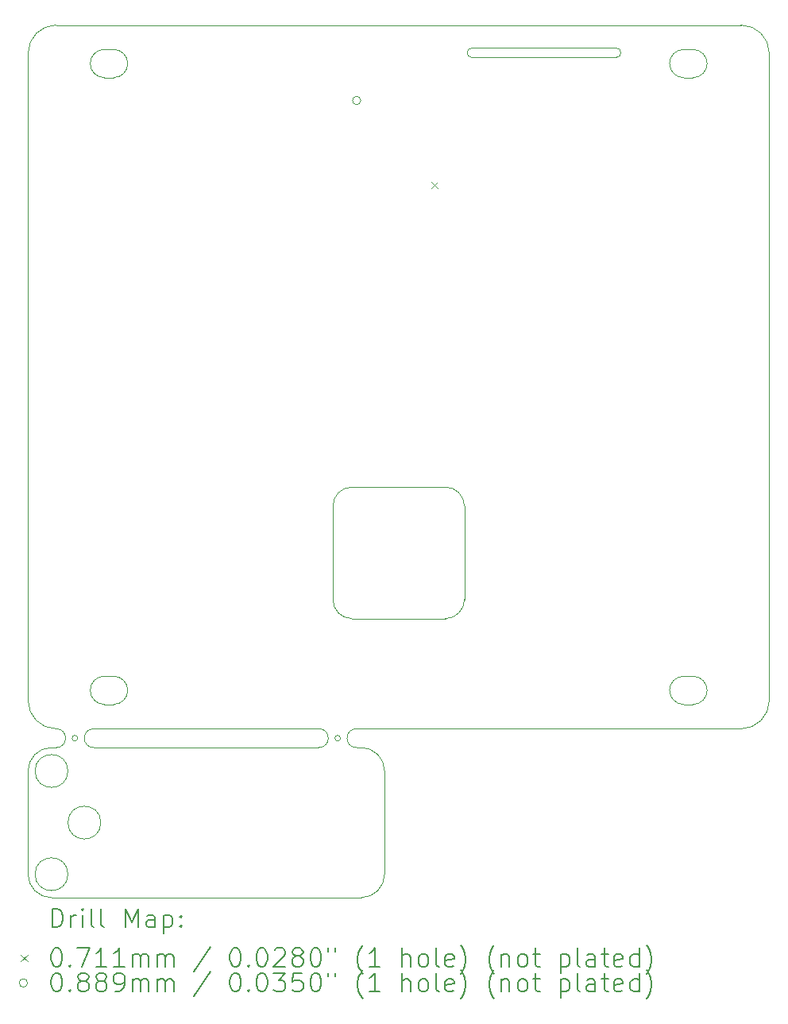
<source format=gbr>
%TF.GenerationSoftware,KiCad,Pcbnew,8.0.2*%
%TF.CreationDate,2024-05-31T14:04:40+07:00*%
%TF.ProjectId,WeatherStation,57656174-6865-4725-9374-6174696f6e2e,rev?*%
%TF.SameCoordinates,Original*%
%TF.FileFunction,Drillmap*%
%TF.FilePolarity,Positive*%
%FSLAX45Y45*%
G04 Gerber Fmt 4.5, Leading zero omitted, Abs format (unit mm)*
G04 Created by KiCad (PCBNEW 8.0.2) date 2024-05-31 14:04:40*
%MOMM*%
%LPD*%
G01*
G04 APERTURE LIST*
%ADD10C,0.100000*%
%ADD11C,0.010000*%
%ADD12C,0.200000*%
G04 APERTURE END LIST*
D10*
X19950090Y-9850000D02*
X20050000Y-9850000D01*
X19437500Y-10410000D02*
G75*
G02*
X19437500Y-10610000I0J-100000D01*
G01*
X25975000Y-3320000D02*
G75*
G02*
X26124920Y-3170000I150000J0D01*
G01*
X19387500Y-12210000D02*
X22687480Y-12210000D01*
X26225000Y-3170000D02*
G75*
G02*
X26375000Y-3319920I0J-150000D01*
G01*
X22467490Y-10510000D02*
G75*
G02*
X22407490Y-10510000I-30000J0D01*
G01*
X22407490Y-10510000D02*
G75*
G02*
X22467490Y-10510000I30000J0D01*
G01*
X20050000Y-3170000D02*
G75*
G02*
X20200000Y-3319920I0J-150000D01*
G01*
X19950000Y-3470000D02*
G75*
G02*
X19800000Y-3320080I0J150000D01*
G01*
X22237490Y-10410000D02*
G75*
G02*
X22237490Y-10610000I0J-100000D01*
G01*
X22937490Y-11960000D02*
X22937490Y-10860000D01*
X20050000Y-9850000D02*
G75*
G02*
X20200000Y-9999920I0J-150000D01*
G01*
X22937480Y-11960000D02*
G75*
G02*
X22687480Y-12210000I-250000J0D01*
G01*
X25975000Y-10000000D02*
G75*
G02*
X26124920Y-9850000I150000J0D01*
G01*
X19667500Y-10510000D02*
G75*
G02*
X19607500Y-10510000I-30000J0D01*
G01*
X19607500Y-10510000D02*
G75*
G02*
X19667500Y-10510000I30000J0D01*
G01*
X22637490Y-10410000D02*
X26737500Y-10410000D01*
X22387500Y-8035000D02*
X22387500Y-9035000D01*
X19950090Y-3170000D02*
X20050000Y-3170000D01*
X27037500Y-10109990D02*
X27037500Y-3210000D01*
X26125000Y-10150000D02*
X26225000Y-10150000D01*
X25457135Y-3205000D02*
G75*
G02*
X25407135Y-3255005I-50005J0D01*
G01*
X19837500Y-10410000D02*
X22237490Y-10410000D01*
X26375000Y-3320000D02*
G75*
G02*
X26225080Y-3470000I-150000J0D01*
G01*
X20200000Y-10000000D02*
G75*
G02*
X20050080Y-10150000I-150000J0D01*
G01*
X23587500Y-7835000D02*
G75*
G02*
X23787500Y-8035000I0J-200000D01*
G01*
X19837500Y-10610000D02*
G75*
G02*
X19837500Y-10410000I0J100000D01*
G01*
X19437500Y-10610000D02*
X19387500Y-10610000D01*
D11*
X19562500Y-11960000D02*
G75*
G02*
X19212500Y-11960000I-175000J0D01*
G01*
X19212500Y-11960000D02*
G75*
G02*
X19562500Y-11960000I175000J0D01*
G01*
D10*
X23587500Y-7835000D02*
X22587500Y-7835000D01*
X26125090Y-3170000D02*
X26225000Y-3170000D01*
X23787500Y-9035000D02*
G75*
G02*
X23587500Y-9235000I-200000J0D01*
G01*
X19950000Y-10150000D02*
X20050000Y-10150000D01*
X26125000Y-3470000D02*
G75*
G02*
X25975000Y-3320080I0J150000D01*
G01*
X27037500Y-10110000D02*
G75*
G02*
X26737500Y-10410000I-300000J0D01*
G01*
X19137500Y-10860000D02*
G75*
G02*
X19387500Y-10610000I250000J0D01*
G01*
X25407135Y-3255000D02*
X23867490Y-3255000D01*
X22687490Y-10610000D02*
G75*
G02*
X22937490Y-10860000I0J-250000D01*
G01*
X19950000Y-3470000D02*
X20050000Y-3470000D01*
X23817490Y-3205000D02*
G75*
G02*
X23867490Y-3155000I50000J0D01*
G01*
X19137500Y-3210000D02*
G75*
G02*
X19437500Y-2910000I300000J0D01*
G01*
D11*
X19912500Y-11410000D02*
G75*
G02*
X19562500Y-11410000I-175000J0D01*
G01*
X19562500Y-11410000D02*
G75*
G02*
X19912500Y-11410000I175000J0D01*
G01*
D10*
X19800000Y-3320000D02*
G75*
G02*
X19949920Y-3170000I150000J0D01*
G01*
X26225000Y-9850000D02*
G75*
G02*
X26375000Y-9999920I0J-150000D01*
G01*
X22637490Y-10610000D02*
G75*
G02*
X22637490Y-10410000I0J100000D01*
G01*
X19950000Y-10150000D02*
G75*
G02*
X19800000Y-10000080I0J150000D01*
G01*
X22587500Y-9235000D02*
G75*
G02*
X22387500Y-9035000I0J200000D01*
G01*
X19800000Y-10000000D02*
G75*
G02*
X19949920Y-9850000I150000J0D01*
G01*
X19387500Y-12210080D02*
G75*
G02*
X19137500Y-11960080I0J250000D01*
G01*
X23867490Y-3155000D02*
X25407135Y-3155000D01*
X22387500Y-8035000D02*
G75*
G02*
X22587500Y-7835000I200000J0D01*
G01*
X26125000Y-3470000D02*
X26225000Y-3470000D01*
D11*
X19562500Y-10860000D02*
G75*
G02*
X19212500Y-10860000I-175000J0D01*
G01*
X19212500Y-10860000D02*
G75*
G02*
X19562500Y-10860000I175000J0D01*
G01*
D10*
X19137500Y-11960000D02*
X19137500Y-10860000D01*
X22587500Y-9235000D02*
X23587500Y-9235000D01*
X19137500Y-10109990D02*
X19137500Y-3210000D01*
X20200000Y-3320000D02*
G75*
G02*
X20050080Y-3470000I-150000J0D01*
G01*
X19437500Y-10410000D02*
G75*
G02*
X19137500Y-10110000I0J300000D01*
G01*
X19437500Y-2910000D02*
X26737500Y-2910000D01*
X26125090Y-9850000D02*
X26225000Y-9850000D01*
X23787500Y-9035000D02*
X23787500Y-8035000D01*
X19837500Y-10610000D02*
X22237490Y-10610000D01*
X26375000Y-10000000D02*
G75*
G02*
X26225080Y-10150000I-150000J0D01*
G01*
X23867490Y-3255000D02*
G75*
G02*
X23817490Y-3205000I0J50000D01*
G01*
X26125000Y-10150000D02*
G75*
G02*
X25975000Y-10000080I0J150000D01*
G01*
X25407135Y-3155000D02*
G75*
G02*
X25457130Y-3205000I-5J-50000D01*
G01*
X22687490Y-10610000D02*
X22637490Y-10610000D01*
X26737500Y-2910000D02*
G75*
G02*
X27037500Y-3210000I0J-300000D01*
G01*
D12*
D10*
X23433940Y-4579440D02*
X23505060Y-4650560D01*
X23505060Y-4579440D02*
X23433940Y-4650560D01*
X22683950Y-3715000D02*
G75*
G02*
X22595050Y-3715000I-44450J0D01*
G01*
X22595050Y-3715000D02*
G75*
G02*
X22683950Y-3715000I44450J0D01*
G01*
D12*
X19393277Y-12526564D02*
X19393277Y-12326564D01*
X19393277Y-12326564D02*
X19440896Y-12326564D01*
X19440896Y-12326564D02*
X19469467Y-12336088D01*
X19469467Y-12336088D02*
X19488515Y-12355135D01*
X19488515Y-12355135D02*
X19498039Y-12374183D01*
X19498039Y-12374183D02*
X19507563Y-12412278D01*
X19507563Y-12412278D02*
X19507563Y-12440849D01*
X19507563Y-12440849D02*
X19498039Y-12478945D01*
X19498039Y-12478945D02*
X19488515Y-12497992D01*
X19488515Y-12497992D02*
X19469467Y-12517040D01*
X19469467Y-12517040D02*
X19440896Y-12526564D01*
X19440896Y-12526564D02*
X19393277Y-12526564D01*
X19593277Y-12526564D02*
X19593277Y-12393230D01*
X19593277Y-12431326D02*
X19602801Y-12412278D01*
X19602801Y-12412278D02*
X19612324Y-12402754D01*
X19612324Y-12402754D02*
X19631372Y-12393230D01*
X19631372Y-12393230D02*
X19650420Y-12393230D01*
X19717086Y-12526564D02*
X19717086Y-12393230D01*
X19717086Y-12326564D02*
X19707563Y-12336088D01*
X19707563Y-12336088D02*
X19717086Y-12345611D01*
X19717086Y-12345611D02*
X19726610Y-12336088D01*
X19726610Y-12336088D02*
X19717086Y-12326564D01*
X19717086Y-12326564D02*
X19717086Y-12345611D01*
X19840896Y-12526564D02*
X19821848Y-12517040D01*
X19821848Y-12517040D02*
X19812324Y-12497992D01*
X19812324Y-12497992D02*
X19812324Y-12326564D01*
X19945658Y-12526564D02*
X19926610Y-12517040D01*
X19926610Y-12517040D02*
X19917086Y-12497992D01*
X19917086Y-12497992D02*
X19917086Y-12326564D01*
X20174229Y-12526564D02*
X20174229Y-12326564D01*
X20174229Y-12326564D02*
X20240896Y-12469421D01*
X20240896Y-12469421D02*
X20307563Y-12326564D01*
X20307563Y-12326564D02*
X20307563Y-12526564D01*
X20488515Y-12526564D02*
X20488515Y-12421802D01*
X20488515Y-12421802D02*
X20478991Y-12402754D01*
X20478991Y-12402754D02*
X20459944Y-12393230D01*
X20459944Y-12393230D02*
X20421848Y-12393230D01*
X20421848Y-12393230D02*
X20402801Y-12402754D01*
X20488515Y-12517040D02*
X20469467Y-12526564D01*
X20469467Y-12526564D02*
X20421848Y-12526564D01*
X20421848Y-12526564D02*
X20402801Y-12517040D01*
X20402801Y-12517040D02*
X20393277Y-12497992D01*
X20393277Y-12497992D02*
X20393277Y-12478945D01*
X20393277Y-12478945D02*
X20402801Y-12459897D01*
X20402801Y-12459897D02*
X20421848Y-12450373D01*
X20421848Y-12450373D02*
X20469467Y-12450373D01*
X20469467Y-12450373D02*
X20488515Y-12440849D01*
X20583753Y-12393230D02*
X20583753Y-12593230D01*
X20583753Y-12402754D02*
X20602801Y-12393230D01*
X20602801Y-12393230D02*
X20640896Y-12393230D01*
X20640896Y-12393230D02*
X20659944Y-12402754D01*
X20659944Y-12402754D02*
X20669467Y-12412278D01*
X20669467Y-12412278D02*
X20678991Y-12431326D01*
X20678991Y-12431326D02*
X20678991Y-12488468D01*
X20678991Y-12488468D02*
X20669467Y-12507516D01*
X20669467Y-12507516D02*
X20659944Y-12517040D01*
X20659944Y-12517040D02*
X20640896Y-12526564D01*
X20640896Y-12526564D02*
X20602801Y-12526564D01*
X20602801Y-12526564D02*
X20583753Y-12517040D01*
X20764705Y-12507516D02*
X20774229Y-12517040D01*
X20774229Y-12517040D02*
X20764705Y-12526564D01*
X20764705Y-12526564D02*
X20755182Y-12517040D01*
X20755182Y-12517040D02*
X20764705Y-12507516D01*
X20764705Y-12507516D02*
X20764705Y-12526564D01*
X20764705Y-12402754D02*
X20774229Y-12412278D01*
X20774229Y-12412278D02*
X20764705Y-12421802D01*
X20764705Y-12421802D02*
X20755182Y-12412278D01*
X20755182Y-12412278D02*
X20764705Y-12402754D01*
X20764705Y-12402754D02*
X20764705Y-12421802D01*
D10*
X19061380Y-12819520D02*
X19132500Y-12890640D01*
X19132500Y-12819520D02*
X19061380Y-12890640D01*
D12*
X19431372Y-12746564D02*
X19450420Y-12746564D01*
X19450420Y-12746564D02*
X19469467Y-12756088D01*
X19469467Y-12756088D02*
X19478991Y-12765611D01*
X19478991Y-12765611D02*
X19488515Y-12784659D01*
X19488515Y-12784659D02*
X19498039Y-12822754D01*
X19498039Y-12822754D02*
X19498039Y-12870373D01*
X19498039Y-12870373D02*
X19488515Y-12908468D01*
X19488515Y-12908468D02*
X19478991Y-12927516D01*
X19478991Y-12927516D02*
X19469467Y-12937040D01*
X19469467Y-12937040D02*
X19450420Y-12946564D01*
X19450420Y-12946564D02*
X19431372Y-12946564D01*
X19431372Y-12946564D02*
X19412324Y-12937040D01*
X19412324Y-12937040D02*
X19402801Y-12927516D01*
X19402801Y-12927516D02*
X19393277Y-12908468D01*
X19393277Y-12908468D02*
X19383753Y-12870373D01*
X19383753Y-12870373D02*
X19383753Y-12822754D01*
X19383753Y-12822754D02*
X19393277Y-12784659D01*
X19393277Y-12784659D02*
X19402801Y-12765611D01*
X19402801Y-12765611D02*
X19412324Y-12756088D01*
X19412324Y-12756088D02*
X19431372Y-12746564D01*
X19583753Y-12927516D02*
X19593277Y-12937040D01*
X19593277Y-12937040D02*
X19583753Y-12946564D01*
X19583753Y-12946564D02*
X19574229Y-12937040D01*
X19574229Y-12937040D02*
X19583753Y-12927516D01*
X19583753Y-12927516D02*
X19583753Y-12946564D01*
X19659944Y-12746564D02*
X19793277Y-12746564D01*
X19793277Y-12746564D02*
X19707563Y-12946564D01*
X19974229Y-12946564D02*
X19859944Y-12946564D01*
X19917086Y-12946564D02*
X19917086Y-12746564D01*
X19917086Y-12746564D02*
X19898039Y-12775135D01*
X19898039Y-12775135D02*
X19878991Y-12794183D01*
X19878991Y-12794183D02*
X19859944Y-12803707D01*
X20164705Y-12946564D02*
X20050420Y-12946564D01*
X20107563Y-12946564D02*
X20107563Y-12746564D01*
X20107563Y-12746564D02*
X20088515Y-12775135D01*
X20088515Y-12775135D02*
X20069467Y-12794183D01*
X20069467Y-12794183D02*
X20050420Y-12803707D01*
X20250420Y-12946564D02*
X20250420Y-12813230D01*
X20250420Y-12832278D02*
X20259944Y-12822754D01*
X20259944Y-12822754D02*
X20278991Y-12813230D01*
X20278991Y-12813230D02*
X20307563Y-12813230D01*
X20307563Y-12813230D02*
X20326610Y-12822754D01*
X20326610Y-12822754D02*
X20336134Y-12841802D01*
X20336134Y-12841802D02*
X20336134Y-12946564D01*
X20336134Y-12841802D02*
X20345658Y-12822754D01*
X20345658Y-12822754D02*
X20364705Y-12813230D01*
X20364705Y-12813230D02*
X20393277Y-12813230D01*
X20393277Y-12813230D02*
X20412325Y-12822754D01*
X20412325Y-12822754D02*
X20421848Y-12841802D01*
X20421848Y-12841802D02*
X20421848Y-12946564D01*
X20517086Y-12946564D02*
X20517086Y-12813230D01*
X20517086Y-12832278D02*
X20526610Y-12822754D01*
X20526610Y-12822754D02*
X20545658Y-12813230D01*
X20545658Y-12813230D02*
X20574229Y-12813230D01*
X20574229Y-12813230D02*
X20593277Y-12822754D01*
X20593277Y-12822754D02*
X20602801Y-12841802D01*
X20602801Y-12841802D02*
X20602801Y-12946564D01*
X20602801Y-12841802D02*
X20612325Y-12822754D01*
X20612325Y-12822754D02*
X20631372Y-12813230D01*
X20631372Y-12813230D02*
X20659944Y-12813230D01*
X20659944Y-12813230D02*
X20678991Y-12822754D01*
X20678991Y-12822754D02*
X20688515Y-12841802D01*
X20688515Y-12841802D02*
X20688515Y-12946564D01*
X21078991Y-12737040D02*
X20907563Y-12994183D01*
X21336134Y-12746564D02*
X21355182Y-12746564D01*
X21355182Y-12746564D02*
X21374229Y-12756088D01*
X21374229Y-12756088D02*
X21383753Y-12765611D01*
X21383753Y-12765611D02*
X21393277Y-12784659D01*
X21393277Y-12784659D02*
X21402801Y-12822754D01*
X21402801Y-12822754D02*
X21402801Y-12870373D01*
X21402801Y-12870373D02*
X21393277Y-12908468D01*
X21393277Y-12908468D02*
X21383753Y-12927516D01*
X21383753Y-12927516D02*
X21374229Y-12937040D01*
X21374229Y-12937040D02*
X21355182Y-12946564D01*
X21355182Y-12946564D02*
X21336134Y-12946564D01*
X21336134Y-12946564D02*
X21317087Y-12937040D01*
X21317087Y-12937040D02*
X21307563Y-12927516D01*
X21307563Y-12927516D02*
X21298039Y-12908468D01*
X21298039Y-12908468D02*
X21288515Y-12870373D01*
X21288515Y-12870373D02*
X21288515Y-12822754D01*
X21288515Y-12822754D02*
X21298039Y-12784659D01*
X21298039Y-12784659D02*
X21307563Y-12765611D01*
X21307563Y-12765611D02*
X21317087Y-12756088D01*
X21317087Y-12756088D02*
X21336134Y-12746564D01*
X21488515Y-12927516D02*
X21498039Y-12937040D01*
X21498039Y-12937040D02*
X21488515Y-12946564D01*
X21488515Y-12946564D02*
X21478991Y-12937040D01*
X21478991Y-12937040D02*
X21488515Y-12927516D01*
X21488515Y-12927516D02*
X21488515Y-12946564D01*
X21621848Y-12746564D02*
X21640896Y-12746564D01*
X21640896Y-12746564D02*
X21659944Y-12756088D01*
X21659944Y-12756088D02*
X21669468Y-12765611D01*
X21669468Y-12765611D02*
X21678991Y-12784659D01*
X21678991Y-12784659D02*
X21688515Y-12822754D01*
X21688515Y-12822754D02*
X21688515Y-12870373D01*
X21688515Y-12870373D02*
X21678991Y-12908468D01*
X21678991Y-12908468D02*
X21669468Y-12927516D01*
X21669468Y-12927516D02*
X21659944Y-12937040D01*
X21659944Y-12937040D02*
X21640896Y-12946564D01*
X21640896Y-12946564D02*
X21621848Y-12946564D01*
X21621848Y-12946564D02*
X21602801Y-12937040D01*
X21602801Y-12937040D02*
X21593277Y-12927516D01*
X21593277Y-12927516D02*
X21583753Y-12908468D01*
X21583753Y-12908468D02*
X21574229Y-12870373D01*
X21574229Y-12870373D02*
X21574229Y-12822754D01*
X21574229Y-12822754D02*
X21583753Y-12784659D01*
X21583753Y-12784659D02*
X21593277Y-12765611D01*
X21593277Y-12765611D02*
X21602801Y-12756088D01*
X21602801Y-12756088D02*
X21621848Y-12746564D01*
X21764706Y-12765611D02*
X21774229Y-12756088D01*
X21774229Y-12756088D02*
X21793277Y-12746564D01*
X21793277Y-12746564D02*
X21840896Y-12746564D01*
X21840896Y-12746564D02*
X21859944Y-12756088D01*
X21859944Y-12756088D02*
X21869468Y-12765611D01*
X21869468Y-12765611D02*
X21878991Y-12784659D01*
X21878991Y-12784659D02*
X21878991Y-12803707D01*
X21878991Y-12803707D02*
X21869468Y-12832278D01*
X21869468Y-12832278D02*
X21755182Y-12946564D01*
X21755182Y-12946564D02*
X21878991Y-12946564D01*
X21993277Y-12832278D02*
X21974229Y-12822754D01*
X21974229Y-12822754D02*
X21964706Y-12813230D01*
X21964706Y-12813230D02*
X21955182Y-12794183D01*
X21955182Y-12794183D02*
X21955182Y-12784659D01*
X21955182Y-12784659D02*
X21964706Y-12765611D01*
X21964706Y-12765611D02*
X21974229Y-12756088D01*
X21974229Y-12756088D02*
X21993277Y-12746564D01*
X21993277Y-12746564D02*
X22031372Y-12746564D01*
X22031372Y-12746564D02*
X22050420Y-12756088D01*
X22050420Y-12756088D02*
X22059944Y-12765611D01*
X22059944Y-12765611D02*
X22069468Y-12784659D01*
X22069468Y-12784659D02*
X22069468Y-12794183D01*
X22069468Y-12794183D02*
X22059944Y-12813230D01*
X22059944Y-12813230D02*
X22050420Y-12822754D01*
X22050420Y-12822754D02*
X22031372Y-12832278D01*
X22031372Y-12832278D02*
X21993277Y-12832278D01*
X21993277Y-12832278D02*
X21974229Y-12841802D01*
X21974229Y-12841802D02*
X21964706Y-12851326D01*
X21964706Y-12851326D02*
X21955182Y-12870373D01*
X21955182Y-12870373D02*
X21955182Y-12908468D01*
X21955182Y-12908468D02*
X21964706Y-12927516D01*
X21964706Y-12927516D02*
X21974229Y-12937040D01*
X21974229Y-12937040D02*
X21993277Y-12946564D01*
X21993277Y-12946564D02*
X22031372Y-12946564D01*
X22031372Y-12946564D02*
X22050420Y-12937040D01*
X22050420Y-12937040D02*
X22059944Y-12927516D01*
X22059944Y-12927516D02*
X22069468Y-12908468D01*
X22069468Y-12908468D02*
X22069468Y-12870373D01*
X22069468Y-12870373D02*
X22059944Y-12851326D01*
X22059944Y-12851326D02*
X22050420Y-12841802D01*
X22050420Y-12841802D02*
X22031372Y-12832278D01*
X22193277Y-12746564D02*
X22212325Y-12746564D01*
X22212325Y-12746564D02*
X22231372Y-12756088D01*
X22231372Y-12756088D02*
X22240896Y-12765611D01*
X22240896Y-12765611D02*
X22250420Y-12784659D01*
X22250420Y-12784659D02*
X22259944Y-12822754D01*
X22259944Y-12822754D02*
X22259944Y-12870373D01*
X22259944Y-12870373D02*
X22250420Y-12908468D01*
X22250420Y-12908468D02*
X22240896Y-12927516D01*
X22240896Y-12927516D02*
X22231372Y-12937040D01*
X22231372Y-12937040D02*
X22212325Y-12946564D01*
X22212325Y-12946564D02*
X22193277Y-12946564D01*
X22193277Y-12946564D02*
X22174229Y-12937040D01*
X22174229Y-12937040D02*
X22164706Y-12927516D01*
X22164706Y-12927516D02*
X22155182Y-12908468D01*
X22155182Y-12908468D02*
X22145658Y-12870373D01*
X22145658Y-12870373D02*
X22145658Y-12822754D01*
X22145658Y-12822754D02*
X22155182Y-12784659D01*
X22155182Y-12784659D02*
X22164706Y-12765611D01*
X22164706Y-12765611D02*
X22174229Y-12756088D01*
X22174229Y-12756088D02*
X22193277Y-12746564D01*
X22336134Y-12746564D02*
X22336134Y-12784659D01*
X22412325Y-12746564D02*
X22412325Y-12784659D01*
X22707563Y-13022754D02*
X22698039Y-13013230D01*
X22698039Y-13013230D02*
X22678991Y-12984659D01*
X22678991Y-12984659D02*
X22669468Y-12965611D01*
X22669468Y-12965611D02*
X22659944Y-12937040D01*
X22659944Y-12937040D02*
X22650420Y-12889421D01*
X22650420Y-12889421D02*
X22650420Y-12851326D01*
X22650420Y-12851326D02*
X22659944Y-12803707D01*
X22659944Y-12803707D02*
X22669468Y-12775135D01*
X22669468Y-12775135D02*
X22678991Y-12756088D01*
X22678991Y-12756088D02*
X22698039Y-12727516D01*
X22698039Y-12727516D02*
X22707563Y-12717992D01*
X22888515Y-12946564D02*
X22774229Y-12946564D01*
X22831372Y-12946564D02*
X22831372Y-12746564D01*
X22831372Y-12746564D02*
X22812325Y-12775135D01*
X22812325Y-12775135D02*
X22793277Y-12794183D01*
X22793277Y-12794183D02*
X22774229Y-12803707D01*
X23126610Y-12946564D02*
X23126610Y-12746564D01*
X23212325Y-12946564D02*
X23212325Y-12841802D01*
X23212325Y-12841802D02*
X23202801Y-12822754D01*
X23202801Y-12822754D02*
X23183753Y-12813230D01*
X23183753Y-12813230D02*
X23155182Y-12813230D01*
X23155182Y-12813230D02*
X23136134Y-12822754D01*
X23136134Y-12822754D02*
X23126610Y-12832278D01*
X23336134Y-12946564D02*
X23317087Y-12937040D01*
X23317087Y-12937040D02*
X23307563Y-12927516D01*
X23307563Y-12927516D02*
X23298039Y-12908468D01*
X23298039Y-12908468D02*
X23298039Y-12851326D01*
X23298039Y-12851326D02*
X23307563Y-12832278D01*
X23307563Y-12832278D02*
X23317087Y-12822754D01*
X23317087Y-12822754D02*
X23336134Y-12813230D01*
X23336134Y-12813230D02*
X23364706Y-12813230D01*
X23364706Y-12813230D02*
X23383753Y-12822754D01*
X23383753Y-12822754D02*
X23393277Y-12832278D01*
X23393277Y-12832278D02*
X23402801Y-12851326D01*
X23402801Y-12851326D02*
X23402801Y-12908468D01*
X23402801Y-12908468D02*
X23393277Y-12927516D01*
X23393277Y-12927516D02*
X23383753Y-12937040D01*
X23383753Y-12937040D02*
X23364706Y-12946564D01*
X23364706Y-12946564D02*
X23336134Y-12946564D01*
X23517087Y-12946564D02*
X23498039Y-12937040D01*
X23498039Y-12937040D02*
X23488515Y-12917992D01*
X23488515Y-12917992D02*
X23488515Y-12746564D01*
X23669468Y-12937040D02*
X23650420Y-12946564D01*
X23650420Y-12946564D02*
X23612325Y-12946564D01*
X23612325Y-12946564D02*
X23593277Y-12937040D01*
X23593277Y-12937040D02*
X23583753Y-12917992D01*
X23583753Y-12917992D02*
X23583753Y-12841802D01*
X23583753Y-12841802D02*
X23593277Y-12822754D01*
X23593277Y-12822754D02*
X23612325Y-12813230D01*
X23612325Y-12813230D02*
X23650420Y-12813230D01*
X23650420Y-12813230D02*
X23669468Y-12822754D01*
X23669468Y-12822754D02*
X23678991Y-12841802D01*
X23678991Y-12841802D02*
X23678991Y-12860849D01*
X23678991Y-12860849D02*
X23583753Y-12879897D01*
X23745658Y-13022754D02*
X23755182Y-13013230D01*
X23755182Y-13013230D02*
X23774230Y-12984659D01*
X23774230Y-12984659D02*
X23783753Y-12965611D01*
X23783753Y-12965611D02*
X23793277Y-12937040D01*
X23793277Y-12937040D02*
X23802801Y-12889421D01*
X23802801Y-12889421D02*
X23802801Y-12851326D01*
X23802801Y-12851326D02*
X23793277Y-12803707D01*
X23793277Y-12803707D02*
X23783753Y-12775135D01*
X23783753Y-12775135D02*
X23774230Y-12756088D01*
X23774230Y-12756088D02*
X23755182Y-12727516D01*
X23755182Y-12727516D02*
X23745658Y-12717992D01*
X24107563Y-13022754D02*
X24098039Y-13013230D01*
X24098039Y-13013230D02*
X24078991Y-12984659D01*
X24078991Y-12984659D02*
X24069468Y-12965611D01*
X24069468Y-12965611D02*
X24059944Y-12937040D01*
X24059944Y-12937040D02*
X24050420Y-12889421D01*
X24050420Y-12889421D02*
X24050420Y-12851326D01*
X24050420Y-12851326D02*
X24059944Y-12803707D01*
X24059944Y-12803707D02*
X24069468Y-12775135D01*
X24069468Y-12775135D02*
X24078991Y-12756088D01*
X24078991Y-12756088D02*
X24098039Y-12727516D01*
X24098039Y-12727516D02*
X24107563Y-12717992D01*
X24183753Y-12813230D02*
X24183753Y-12946564D01*
X24183753Y-12832278D02*
X24193277Y-12822754D01*
X24193277Y-12822754D02*
X24212325Y-12813230D01*
X24212325Y-12813230D02*
X24240896Y-12813230D01*
X24240896Y-12813230D02*
X24259944Y-12822754D01*
X24259944Y-12822754D02*
X24269468Y-12841802D01*
X24269468Y-12841802D02*
X24269468Y-12946564D01*
X24393277Y-12946564D02*
X24374230Y-12937040D01*
X24374230Y-12937040D02*
X24364706Y-12927516D01*
X24364706Y-12927516D02*
X24355182Y-12908468D01*
X24355182Y-12908468D02*
X24355182Y-12851326D01*
X24355182Y-12851326D02*
X24364706Y-12832278D01*
X24364706Y-12832278D02*
X24374230Y-12822754D01*
X24374230Y-12822754D02*
X24393277Y-12813230D01*
X24393277Y-12813230D02*
X24421849Y-12813230D01*
X24421849Y-12813230D02*
X24440896Y-12822754D01*
X24440896Y-12822754D02*
X24450420Y-12832278D01*
X24450420Y-12832278D02*
X24459944Y-12851326D01*
X24459944Y-12851326D02*
X24459944Y-12908468D01*
X24459944Y-12908468D02*
X24450420Y-12927516D01*
X24450420Y-12927516D02*
X24440896Y-12937040D01*
X24440896Y-12937040D02*
X24421849Y-12946564D01*
X24421849Y-12946564D02*
X24393277Y-12946564D01*
X24517087Y-12813230D02*
X24593277Y-12813230D01*
X24545658Y-12746564D02*
X24545658Y-12917992D01*
X24545658Y-12917992D02*
X24555182Y-12937040D01*
X24555182Y-12937040D02*
X24574230Y-12946564D01*
X24574230Y-12946564D02*
X24593277Y-12946564D01*
X24812325Y-12813230D02*
X24812325Y-13013230D01*
X24812325Y-12822754D02*
X24831372Y-12813230D01*
X24831372Y-12813230D02*
X24869468Y-12813230D01*
X24869468Y-12813230D02*
X24888515Y-12822754D01*
X24888515Y-12822754D02*
X24898039Y-12832278D01*
X24898039Y-12832278D02*
X24907563Y-12851326D01*
X24907563Y-12851326D02*
X24907563Y-12908468D01*
X24907563Y-12908468D02*
X24898039Y-12927516D01*
X24898039Y-12927516D02*
X24888515Y-12937040D01*
X24888515Y-12937040D02*
X24869468Y-12946564D01*
X24869468Y-12946564D02*
X24831372Y-12946564D01*
X24831372Y-12946564D02*
X24812325Y-12937040D01*
X25021849Y-12946564D02*
X25002801Y-12937040D01*
X25002801Y-12937040D02*
X24993277Y-12917992D01*
X24993277Y-12917992D02*
X24993277Y-12746564D01*
X25183753Y-12946564D02*
X25183753Y-12841802D01*
X25183753Y-12841802D02*
X25174230Y-12822754D01*
X25174230Y-12822754D02*
X25155182Y-12813230D01*
X25155182Y-12813230D02*
X25117087Y-12813230D01*
X25117087Y-12813230D02*
X25098039Y-12822754D01*
X25183753Y-12937040D02*
X25164706Y-12946564D01*
X25164706Y-12946564D02*
X25117087Y-12946564D01*
X25117087Y-12946564D02*
X25098039Y-12937040D01*
X25098039Y-12937040D02*
X25088515Y-12917992D01*
X25088515Y-12917992D02*
X25088515Y-12898945D01*
X25088515Y-12898945D02*
X25098039Y-12879897D01*
X25098039Y-12879897D02*
X25117087Y-12870373D01*
X25117087Y-12870373D02*
X25164706Y-12870373D01*
X25164706Y-12870373D02*
X25183753Y-12860849D01*
X25250420Y-12813230D02*
X25326611Y-12813230D01*
X25278992Y-12746564D02*
X25278992Y-12917992D01*
X25278992Y-12917992D02*
X25288515Y-12937040D01*
X25288515Y-12937040D02*
X25307563Y-12946564D01*
X25307563Y-12946564D02*
X25326611Y-12946564D01*
X25469468Y-12937040D02*
X25450420Y-12946564D01*
X25450420Y-12946564D02*
X25412325Y-12946564D01*
X25412325Y-12946564D02*
X25393277Y-12937040D01*
X25393277Y-12937040D02*
X25383753Y-12917992D01*
X25383753Y-12917992D02*
X25383753Y-12841802D01*
X25383753Y-12841802D02*
X25393277Y-12822754D01*
X25393277Y-12822754D02*
X25412325Y-12813230D01*
X25412325Y-12813230D02*
X25450420Y-12813230D01*
X25450420Y-12813230D02*
X25469468Y-12822754D01*
X25469468Y-12822754D02*
X25478992Y-12841802D01*
X25478992Y-12841802D02*
X25478992Y-12860849D01*
X25478992Y-12860849D02*
X25383753Y-12879897D01*
X25650420Y-12946564D02*
X25650420Y-12746564D01*
X25650420Y-12937040D02*
X25631373Y-12946564D01*
X25631373Y-12946564D02*
X25593277Y-12946564D01*
X25593277Y-12946564D02*
X25574230Y-12937040D01*
X25574230Y-12937040D02*
X25564706Y-12927516D01*
X25564706Y-12927516D02*
X25555182Y-12908468D01*
X25555182Y-12908468D02*
X25555182Y-12851326D01*
X25555182Y-12851326D02*
X25564706Y-12832278D01*
X25564706Y-12832278D02*
X25574230Y-12822754D01*
X25574230Y-12822754D02*
X25593277Y-12813230D01*
X25593277Y-12813230D02*
X25631373Y-12813230D01*
X25631373Y-12813230D02*
X25650420Y-12822754D01*
X25726611Y-13022754D02*
X25736134Y-13013230D01*
X25736134Y-13013230D02*
X25755182Y-12984659D01*
X25755182Y-12984659D02*
X25764706Y-12965611D01*
X25764706Y-12965611D02*
X25774230Y-12937040D01*
X25774230Y-12937040D02*
X25783753Y-12889421D01*
X25783753Y-12889421D02*
X25783753Y-12851326D01*
X25783753Y-12851326D02*
X25774230Y-12803707D01*
X25774230Y-12803707D02*
X25764706Y-12775135D01*
X25764706Y-12775135D02*
X25755182Y-12756088D01*
X25755182Y-12756088D02*
X25736134Y-12727516D01*
X25736134Y-12727516D02*
X25726611Y-12717992D01*
D10*
X19132500Y-13119080D02*
G75*
G02*
X19043600Y-13119080I-44450J0D01*
G01*
X19043600Y-13119080D02*
G75*
G02*
X19132500Y-13119080I44450J0D01*
G01*
D12*
X19431372Y-13010564D02*
X19450420Y-13010564D01*
X19450420Y-13010564D02*
X19469467Y-13020088D01*
X19469467Y-13020088D02*
X19478991Y-13029611D01*
X19478991Y-13029611D02*
X19488515Y-13048659D01*
X19488515Y-13048659D02*
X19498039Y-13086754D01*
X19498039Y-13086754D02*
X19498039Y-13134373D01*
X19498039Y-13134373D02*
X19488515Y-13172468D01*
X19488515Y-13172468D02*
X19478991Y-13191516D01*
X19478991Y-13191516D02*
X19469467Y-13201040D01*
X19469467Y-13201040D02*
X19450420Y-13210564D01*
X19450420Y-13210564D02*
X19431372Y-13210564D01*
X19431372Y-13210564D02*
X19412324Y-13201040D01*
X19412324Y-13201040D02*
X19402801Y-13191516D01*
X19402801Y-13191516D02*
X19393277Y-13172468D01*
X19393277Y-13172468D02*
X19383753Y-13134373D01*
X19383753Y-13134373D02*
X19383753Y-13086754D01*
X19383753Y-13086754D02*
X19393277Y-13048659D01*
X19393277Y-13048659D02*
X19402801Y-13029611D01*
X19402801Y-13029611D02*
X19412324Y-13020088D01*
X19412324Y-13020088D02*
X19431372Y-13010564D01*
X19583753Y-13191516D02*
X19593277Y-13201040D01*
X19593277Y-13201040D02*
X19583753Y-13210564D01*
X19583753Y-13210564D02*
X19574229Y-13201040D01*
X19574229Y-13201040D02*
X19583753Y-13191516D01*
X19583753Y-13191516D02*
X19583753Y-13210564D01*
X19707563Y-13096278D02*
X19688515Y-13086754D01*
X19688515Y-13086754D02*
X19678991Y-13077230D01*
X19678991Y-13077230D02*
X19669467Y-13058183D01*
X19669467Y-13058183D02*
X19669467Y-13048659D01*
X19669467Y-13048659D02*
X19678991Y-13029611D01*
X19678991Y-13029611D02*
X19688515Y-13020088D01*
X19688515Y-13020088D02*
X19707563Y-13010564D01*
X19707563Y-13010564D02*
X19745658Y-13010564D01*
X19745658Y-13010564D02*
X19764705Y-13020088D01*
X19764705Y-13020088D02*
X19774229Y-13029611D01*
X19774229Y-13029611D02*
X19783753Y-13048659D01*
X19783753Y-13048659D02*
X19783753Y-13058183D01*
X19783753Y-13058183D02*
X19774229Y-13077230D01*
X19774229Y-13077230D02*
X19764705Y-13086754D01*
X19764705Y-13086754D02*
X19745658Y-13096278D01*
X19745658Y-13096278D02*
X19707563Y-13096278D01*
X19707563Y-13096278D02*
X19688515Y-13105802D01*
X19688515Y-13105802D02*
X19678991Y-13115326D01*
X19678991Y-13115326D02*
X19669467Y-13134373D01*
X19669467Y-13134373D02*
X19669467Y-13172468D01*
X19669467Y-13172468D02*
X19678991Y-13191516D01*
X19678991Y-13191516D02*
X19688515Y-13201040D01*
X19688515Y-13201040D02*
X19707563Y-13210564D01*
X19707563Y-13210564D02*
X19745658Y-13210564D01*
X19745658Y-13210564D02*
X19764705Y-13201040D01*
X19764705Y-13201040D02*
X19774229Y-13191516D01*
X19774229Y-13191516D02*
X19783753Y-13172468D01*
X19783753Y-13172468D02*
X19783753Y-13134373D01*
X19783753Y-13134373D02*
X19774229Y-13115326D01*
X19774229Y-13115326D02*
X19764705Y-13105802D01*
X19764705Y-13105802D02*
X19745658Y-13096278D01*
X19898039Y-13096278D02*
X19878991Y-13086754D01*
X19878991Y-13086754D02*
X19869467Y-13077230D01*
X19869467Y-13077230D02*
X19859944Y-13058183D01*
X19859944Y-13058183D02*
X19859944Y-13048659D01*
X19859944Y-13048659D02*
X19869467Y-13029611D01*
X19869467Y-13029611D02*
X19878991Y-13020088D01*
X19878991Y-13020088D02*
X19898039Y-13010564D01*
X19898039Y-13010564D02*
X19936134Y-13010564D01*
X19936134Y-13010564D02*
X19955182Y-13020088D01*
X19955182Y-13020088D02*
X19964705Y-13029611D01*
X19964705Y-13029611D02*
X19974229Y-13048659D01*
X19974229Y-13048659D02*
X19974229Y-13058183D01*
X19974229Y-13058183D02*
X19964705Y-13077230D01*
X19964705Y-13077230D02*
X19955182Y-13086754D01*
X19955182Y-13086754D02*
X19936134Y-13096278D01*
X19936134Y-13096278D02*
X19898039Y-13096278D01*
X19898039Y-13096278D02*
X19878991Y-13105802D01*
X19878991Y-13105802D02*
X19869467Y-13115326D01*
X19869467Y-13115326D02*
X19859944Y-13134373D01*
X19859944Y-13134373D02*
X19859944Y-13172468D01*
X19859944Y-13172468D02*
X19869467Y-13191516D01*
X19869467Y-13191516D02*
X19878991Y-13201040D01*
X19878991Y-13201040D02*
X19898039Y-13210564D01*
X19898039Y-13210564D02*
X19936134Y-13210564D01*
X19936134Y-13210564D02*
X19955182Y-13201040D01*
X19955182Y-13201040D02*
X19964705Y-13191516D01*
X19964705Y-13191516D02*
X19974229Y-13172468D01*
X19974229Y-13172468D02*
X19974229Y-13134373D01*
X19974229Y-13134373D02*
X19964705Y-13115326D01*
X19964705Y-13115326D02*
X19955182Y-13105802D01*
X19955182Y-13105802D02*
X19936134Y-13096278D01*
X20069467Y-13210564D02*
X20107563Y-13210564D01*
X20107563Y-13210564D02*
X20126610Y-13201040D01*
X20126610Y-13201040D02*
X20136134Y-13191516D01*
X20136134Y-13191516D02*
X20155182Y-13162945D01*
X20155182Y-13162945D02*
X20164705Y-13124849D01*
X20164705Y-13124849D02*
X20164705Y-13048659D01*
X20164705Y-13048659D02*
X20155182Y-13029611D01*
X20155182Y-13029611D02*
X20145658Y-13020088D01*
X20145658Y-13020088D02*
X20126610Y-13010564D01*
X20126610Y-13010564D02*
X20088515Y-13010564D01*
X20088515Y-13010564D02*
X20069467Y-13020088D01*
X20069467Y-13020088D02*
X20059944Y-13029611D01*
X20059944Y-13029611D02*
X20050420Y-13048659D01*
X20050420Y-13048659D02*
X20050420Y-13096278D01*
X20050420Y-13096278D02*
X20059944Y-13115326D01*
X20059944Y-13115326D02*
X20069467Y-13124849D01*
X20069467Y-13124849D02*
X20088515Y-13134373D01*
X20088515Y-13134373D02*
X20126610Y-13134373D01*
X20126610Y-13134373D02*
X20145658Y-13124849D01*
X20145658Y-13124849D02*
X20155182Y-13115326D01*
X20155182Y-13115326D02*
X20164705Y-13096278D01*
X20250420Y-13210564D02*
X20250420Y-13077230D01*
X20250420Y-13096278D02*
X20259944Y-13086754D01*
X20259944Y-13086754D02*
X20278991Y-13077230D01*
X20278991Y-13077230D02*
X20307563Y-13077230D01*
X20307563Y-13077230D02*
X20326610Y-13086754D01*
X20326610Y-13086754D02*
X20336134Y-13105802D01*
X20336134Y-13105802D02*
X20336134Y-13210564D01*
X20336134Y-13105802D02*
X20345658Y-13086754D01*
X20345658Y-13086754D02*
X20364705Y-13077230D01*
X20364705Y-13077230D02*
X20393277Y-13077230D01*
X20393277Y-13077230D02*
X20412325Y-13086754D01*
X20412325Y-13086754D02*
X20421848Y-13105802D01*
X20421848Y-13105802D02*
X20421848Y-13210564D01*
X20517086Y-13210564D02*
X20517086Y-13077230D01*
X20517086Y-13096278D02*
X20526610Y-13086754D01*
X20526610Y-13086754D02*
X20545658Y-13077230D01*
X20545658Y-13077230D02*
X20574229Y-13077230D01*
X20574229Y-13077230D02*
X20593277Y-13086754D01*
X20593277Y-13086754D02*
X20602801Y-13105802D01*
X20602801Y-13105802D02*
X20602801Y-13210564D01*
X20602801Y-13105802D02*
X20612325Y-13086754D01*
X20612325Y-13086754D02*
X20631372Y-13077230D01*
X20631372Y-13077230D02*
X20659944Y-13077230D01*
X20659944Y-13077230D02*
X20678991Y-13086754D01*
X20678991Y-13086754D02*
X20688515Y-13105802D01*
X20688515Y-13105802D02*
X20688515Y-13210564D01*
X21078991Y-13001040D02*
X20907563Y-13258183D01*
X21336134Y-13010564D02*
X21355182Y-13010564D01*
X21355182Y-13010564D02*
X21374229Y-13020088D01*
X21374229Y-13020088D02*
X21383753Y-13029611D01*
X21383753Y-13029611D02*
X21393277Y-13048659D01*
X21393277Y-13048659D02*
X21402801Y-13086754D01*
X21402801Y-13086754D02*
X21402801Y-13134373D01*
X21402801Y-13134373D02*
X21393277Y-13172468D01*
X21393277Y-13172468D02*
X21383753Y-13191516D01*
X21383753Y-13191516D02*
X21374229Y-13201040D01*
X21374229Y-13201040D02*
X21355182Y-13210564D01*
X21355182Y-13210564D02*
X21336134Y-13210564D01*
X21336134Y-13210564D02*
X21317087Y-13201040D01*
X21317087Y-13201040D02*
X21307563Y-13191516D01*
X21307563Y-13191516D02*
X21298039Y-13172468D01*
X21298039Y-13172468D02*
X21288515Y-13134373D01*
X21288515Y-13134373D02*
X21288515Y-13086754D01*
X21288515Y-13086754D02*
X21298039Y-13048659D01*
X21298039Y-13048659D02*
X21307563Y-13029611D01*
X21307563Y-13029611D02*
X21317087Y-13020088D01*
X21317087Y-13020088D02*
X21336134Y-13010564D01*
X21488515Y-13191516D02*
X21498039Y-13201040D01*
X21498039Y-13201040D02*
X21488515Y-13210564D01*
X21488515Y-13210564D02*
X21478991Y-13201040D01*
X21478991Y-13201040D02*
X21488515Y-13191516D01*
X21488515Y-13191516D02*
X21488515Y-13210564D01*
X21621848Y-13010564D02*
X21640896Y-13010564D01*
X21640896Y-13010564D02*
X21659944Y-13020088D01*
X21659944Y-13020088D02*
X21669468Y-13029611D01*
X21669468Y-13029611D02*
X21678991Y-13048659D01*
X21678991Y-13048659D02*
X21688515Y-13086754D01*
X21688515Y-13086754D02*
X21688515Y-13134373D01*
X21688515Y-13134373D02*
X21678991Y-13172468D01*
X21678991Y-13172468D02*
X21669468Y-13191516D01*
X21669468Y-13191516D02*
X21659944Y-13201040D01*
X21659944Y-13201040D02*
X21640896Y-13210564D01*
X21640896Y-13210564D02*
X21621848Y-13210564D01*
X21621848Y-13210564D02*
X21602801Y-13201040D01*
X21602801Y-13201040D02*
X21593277Y-13191516D01*
X21593277Y-13191516D02*
X21583753Y-13172468D01*
X21583753Y-13172468D02*
X21574229Y-13134373D01*
X21574229Y-13134373D02*
X21574229Y-13086754D01*
X21574229Y-13086754D02*
X21583753Y-13048659D01*
X21583753Y-13048659D02*
X21593277Y-13029611D01*
X21593277Y-13029611D02*
X21602801Y-13020088D01*
X21602801Y-13020088D02*
X21621848Y-13010564D01*
X21755182Y-13010564D02*
X21878991Y-13010564D01*
X21878991Y-13010564D02*
X21812325Y-13086754D01*
X21812325Y-13086754D02*
X21840896Y-13086754D01*
X21840896Y-13086754D02*
X21859944Y-13096278D01*
X21859944Y-13096278D02*
X21869468Y-13105802D01*
X21869468Y-13105802D02*
X21878991Y-13124849D01*
X21878991Y-13124849D02*
X21878991Y-13172468D01*
X21878991Y-13172468D02*
X21869468Y-13191516D01*
X21869468Y-13191516D02*
X21859944Y-13201040D01*
X21859944Y-13201040D02*
X21840896Y-13210564D01*
X21840896Y-13210564D02*
X21783753Y-13210564D01*
X21783753Y-13210564D02*
X21764706Y-13201040D01*
X21764706Y-13201040D02*
X21755182Y-13191516D01*
X22059944Y-13010564D02*
X21964706Y-13010564D01*
X21964706Y-13010564D02*
X21955182Y-13105802D01*
X21955182Y-13105802D02*
X21964706Y-13096278D01*
X21964706Y-13096278D02*
X21983753Y-13086754D01*
X21983753Y-13086754D02*
X22031372Y-13086754D01*
X22031372Y-13086754D02*
X22050420Y-13096278D01*
X22050420Y-13096278D02*
X22059944Y-13105802D01*
X22059944Y-13105802D02*
X22069468Y-13124849D01*
X22069468Y-13124849D02*
X22069468Y-13172468D01*
X22069468Y-13172468D02*
X22059944Y-13191516D01*
X22059944Y-13191516D02*
X22050420Y-13201040D01*
X22050420Y-13201040D02*
X22031372Y-13210564D01*
X22031372Y-13210564D02*
X21983753Y-13210564D01*
X21983753Y-13210564D02*
X21964706Y-13201040D01*
X21964706Y-13201040D02*
X21955182Y-13191516D01*
X22193277Y-13010564D02*
X22212325Y-13010564D01*
X22212325Y-13010564D02*
X22231372Y-13020088D01*
X22231372Y-13020088D02*
X22240896Y-13029611D01*
X22240896Y-13029611D02*
X22250420Y-13048659D01*
X22250420Y-13048659D02*
X22259944Y-13086754D01*
X22259944Y-13086754D02*
X22259944Y-13134373D01*
X22259944Y-13134373D02*
X22250420Y-13172468D01*
X22250420Y-13172468D02*
X22240896Y-13191516D01*
X22240896Y-13191516D02*
X22231372Y-13201040D01*
X22231372Y-13201040D02*
X22212325Y-13210564D01*
X22212325Y-13210564D02*
X22193277Y-13210564D01*
X22193277Y-13210564D02*
X22174229Y-13201040D01*
X22174229Y-13201040D02*
X22164706Y-13191516D01*
X22164706Y-13191516D02*
X22155182Y-13172468D01*
X22155182Y-13172468D02*
X22145658Y-13134373D01*
X22145658Y-13134373D02*
X22145658Y-13086754D01*
X22145658Y-13086754D02*
X22155182Y-13048659D01*
X22155182Y-13048659D02*
X22164706Y-13029611D01*
X22164706Y-13029611D02*
X22174229Y-13020088D01*
X22174229Y-13020088D02*
X22193277Y-13010564D01*
X22336134Y-13010564D02*
X22336134Y-13048659D01*
X22412325Y-13010564D02*
X22412325Y-13048659D01*
X22707563Y-13286754D02*
X22698039Y-13277230D01*
X22698039Y-13277230D02*
X22678991Y-13248659D01*
X22678991Y-13248659D02*
X22669468Y-13229611D01*
X22669468Y-13229611D02*
X22659944Y-13201040D01*
X22659944Y-13201040D02*
X22650420Y-13153421D01*
X22650420Y-13153421D02*
X22650420Y-13115326D01*
X22650420Y-13115326D02*
X22659944Y-13067707D01*
X22659944Y-13067707D02*
X22669468Y-13039135D01*
X22669468Y-13039135D02*
X22678991Y-13020088D01*
X22678991Y-13020088D02*
X22698039Y-12991516D01*
X22698039Y-12991516D02*
X22707563Y-12981992D01*
X22888515Y-13210564D02*
X22774229Y-13210564D01*
X22831372Y-13210564D02*
X22831372Y-13010564D01*
X22831372Y-13010564D02*
X22812325Y-13039135D01*
X22812325Y-13039135D02*
X22793277Y-13058183D01*
X22793277Y-13058183D02*
X22774229Y-13067707D01*
X23126610Y-13210564D02*
X23126610Y-13010564D01*
X23212325Y-13210564D02*
X23212325Y-13105802D01*
X23212325Y-13105802D02*
X23202801Y-13086754D01*
X23202801Y-13086754D02*
X23183753Y-13077230D01*
X23183753Y-13077230D02*
X23155182Y-13077230D01*
X23155182Y-13077230D02*
X23136134Y-13086754D01*
X23136134Y-13086754D02*
X23126610Y-13096278D01*
X23336134Y-13210564D02*
X23317087Y-13201040D01*
X23317087Y-13201040D02*
X23307563Y-13191516D01*
X23307563Y-13191516D02*
X23298039Y-13172468D01*
X23298039Y-13172468D02*
X23298039Y-13115326D01*
X23298039Y-13115326D02*
X23307563Y-13096278D01*
X23307563Y-13096278D02*
X23317087Y-13086754D01*
X23317087Y-13086754D02*
X23336134Y-13077230D01*
X23336134Y-13077230D02*
X23364706Y-13077230D01*
X23364706Y-13077230D02*
X23383753Y-13086754D01*
X23383753Y-13086754D02*
X23393277Y-13096278D01*
X23393277Y-13096278D02*
X23402801Y-13115326D01*
X23402801Y-13115326D02*
X23402801Y-13172468D01*
X23402801Y-13172468D02*
X23393277Y-13191516D01*
X23393277Y-13191516D02*
X23383753Y-13201040D01*
X23383753Y-13201040D02*
X23364706Y-13210564D01*
X23364706Y-13210564D02*
X23336134Y-13210564D01*
X23517087Y-13210564D02*
X23498039Y-13201040D01*
X23498039Y-13201040D02*
X23488515Y-13181992D01*
X23488515Y-13181992D02*
X23488515Y-13010564D01*
X23669468Y-13201040D02*
X23650420Y-13210564D01*
X23650420Y-13210564D02*
X23612325Y-13210564D01*
X23612325Y-13210564D02*
X23593277Y-13201040D01*
X23593277Y-13201040D02*
X23583753Y-13181992D01*
X23583753Y-13181992D02*
X23583753Y-13105802D01*
X23583753Y-13105802D02*
X23593277Y-13086754D01*
X23593277Y-13086754D02*
X23612325Y-13077230D01*
X23612325Y-13077230D02*
X23650420Y-13077230D01*
X23650420Y-13077230D02*
X23669468Y-13086754D01*
X23669468Y-13086754D02*
X23678991Y-13105802D01*
X23678991Y-13105802D02*
X23678991Y-13124849D01*
X23678991Y-13124849D02*
X23583753Y-13143897D01*
X23745658Y-13286754D02*
X23755182Y-13277230D01*
X23755182Y-13277230D02*
X23774230Y-13248659D01*
X23774230Y-13248659D02*
X23783753Y-13229611D01*
X23783753Y-13229611D02*
X23793277Y-13201040D01*
X23793277Y-13201040D02*
X23802801Y-13153421D01*
X23802801Y-13153421D02*
X23802801Y-13115326D01*
X23802801Y-13115326D02*
X23793277Y-13067707D01*
X23793277Y-13067707D02*
X23783753Y-13039135D01*
X23783753Y-13039135D02*
X23774230Y-13020088D01*
X23774230Y-13020088D02*
X23755182Y-12991516D01*
X23755182Y-12991516D02*
X23745658Y-12981992D01*
X24107563Y-13286754D02*
X24098039Y-13277230D01*
X24098039Y-13277230D02*
X24078991Y-13248659D01*
X24078991Y-13248659D02*
X24069468Y-13229611D01*
X24069468Y-13229611D02*
X24059944Y-13201040D01*
X24059944Y-13201040D02*
X24050420Y-13153421D01*
X24050420Y-13153421D02*
X24050420Y-13115326D01*
X24050420Y-13115326D02*
X24059944Y-13067707D01*
X24059944Y-13067707D02*
X24069468Y-13039135D01*
X24069468Y-13039135D02*
X24078991Y-13020088D01*
X24078991Y-13020088D02*
X24098039Y-12991516D01*
X24098039Y-12991516D02*
X24107563Y-12981992D01*
X24183753Y-13077230D02*
X24183753Y-13210564D01*
X24183753Y-13096278D02*
X24193277Y-13086754D01*
X24193277Y-13086754D02*
X24212325Y-13077230D01*
X24212325Y-13077230D02*
X24240896Y-13077230D01*
X24240896Y-13077230D02*
X24259944Y-13086754D01*
X24259944Y-13086754D02*
X24269468Y-13105802D01*
X24269468Y-13105802D02*
X24269468Y-13210564D01*
X24393277Y-13210564D02*
X24374230Y-13201040D01*
X24374230Y-13201040D02*
X24364706Y-13191516D01*
X24364706Y-13191516D02*
X24355182Y-13172468D01*
X24355182Y-13172468D02*
X24355182Y-13115326D01*
X24355182Y-13115326D02*
X24364706Y-13096278D01*
X24364706Y-13096278D02*
X24374230Y-13086754D01*
X24374230Y-13086754D02*
X24393277Y-13077230D01*
X24393277Y-13077230D02*
X24421849Y-13077230D01*
X24421849Y-13077230D02*
X24440896Y-13086754D01*
X24440896Y-13086754D02*
X24450420Y-13096278D01*
X24450420Y-13096278D02*
X24459944Y-13115326D01*
X24459944Y-13115326D02*
X24459944Y-13172468D01*
X24459944Y-13172468D02*
X24450420Y-13191516D01*
X24450420Y-13191516D02*
X24440896Y-13201040D01*
X24440896Y-13201040D02*
X24421849Y-13210564D01*
X24421849Y-13210564D02*
X24393277Y-13210564D01*
X24517087Y-13077230D02*
X24593277Y-13077230D01*
X24545658Y-13010564D02*
X24545658Y-13181992D01*
X24545658Y-13181992D02*
X24555182Y-13201040D01*
X24555182Y-13201040D02*
X24574230Y-13210564D01*
X24574230Y-13210564D02*
X24593277Y-13210564D01*
X24812325Y-13077230D02*
X24812325Y-13277230D01*
X24812325Y-13086754D02*
X24831372Y-13077230D01*
X24831372Y-13077230D02*
X24869468Y-13077230D01*
X24869468Y-13077230D02*
X24888515Y-13086754D01*
X24888515Y-13086754D02*
X24898039Y-13096278D01*
X24898039Y-13096278D02*
X24907563Y-13115326D01*
X24907563Y-13115326D02*
X24907563Y-13172468D01*
X24907563Y-13172468D02*
X24898039Y-13191516D01*
X24898039Y-13191516D02*
X24888515Y-13201040D01*
X24888515Y-13201040D02*
X24869468Y-13210564D01*
X24869468Y-13210564D02*
X24831372Y-13210564D01*
X24831372Y-13210564D02*
X24812325Y-13201040D01*
X25021849Y-13210564D02*
X25002801Y-13201040D01*
X25002801Y-13201040D02*
X24993277Y-13181992D01*
X24993277Y-13181992D02*
X24993277Y-13010564D01*
X25183753Y-13210564D02*
X25183753Y-13105802D01*
X25183753Y-13105802D02*
X25174230Y-13086754D01*
X25174230Y-13086754D02*
X25155182Y-13077230D01*
X25155182Y-13077230D02*
X25117087Y-13077230D01*
X25117087Y-13077230D02*
X25098039Y-13086754D01*
X25183753Y-13201040D02*
X25164706Y-13210564D01*
X25164706Y-13210564D02*
X25117087Y-13210564D01*
X25117087Y-13210564D02*
X25098039Y-13201040D01*
X25098039Y-13201040D02*
X25088515Y-13181992D01*
X25088515Y-13181992D02*
X25088515Y-13162945D01*
X25088515Y-13162945D02*
X25098039Y-13143897D01*
X25098039Y-13143897D02*
X25117087Y-13134373D01*
X25117087Y-13134373D02*
X25164706Y-13134373D01*
X25164706Y-13134373D02*
X25183753Y-13124849D01*
X25250420Y-13077230D02*
X25326611Y-13077230D01*
X25278992Y-13010564D02*
X25278992Y-13181992D01*
X25278992Y-13181992D02*
X25288515Y-13201040D01*
X25288515Y-13201040D02*
X25307563Y-13210564D01*
X25307563Y-13210564D02*
X25326611Y-13210564D01*
X25469468Y-13201040D02*
X25450420Y-13210564D01*
X25450420Y-13210564D02*
X25412325Y-13210564D01*
X25412325Y-13210564D02*
X25393277Y-13201040D01*
X25393277Y-13201040D02*
X25383753Y-13181992D01*
X25383753Y-13181992D02*
X25383753Y-13105802D01*
X25383753Y-13105802D02*
X25393277Y-13086754D01*
X25393277Y-13086754D02*
X25412325Y-13077230D01*
X25412325Y-13077230D02*
X25450420Y-13077230D01*
X25450420Y-13077230D02*
X25469468Y-13086754D01*
X25469468Y-13086754D02*
X25478992Y-13105802D01*
X25478992Y-13105802D02*
X25478992Y-13124849D01*
X25478992Y-13124849D02*
X25383753Y-13143897D01*
X25650420Y-13210564D02*
X25650420Y-13010564D01*
X25650420Y-13201040D02*
X25631373Y-13210564D01*
X25631373Y-13210564D02*
X25593277Y-13210564D01*
X25593277Y-13210564D02*
X25574230Y-13201040D01*
X25574230Y-13201040D02*
X25564706Y-13191516D01*
X25564706Y-13191516D02*
X25555182Y-13172468D01*
X25555182Y-13172468D02*
X25555182Y-13115326D01*
X25555182Y-13115326D02*
X25564706Y-13096278D01*
X25564706Y-13096278D02*
X25574230Y-13086754D01*
X25574230Y-13086754D02*
X25593277Y-13077230D01*
X25593277Y-13077230D02*
X25631373Y-13077230D01*
X25631373Y-13077230D02*
X25650420Y-13086754D01*
X25726611Y-13286754D02*
X25736134Y-13277230D01*
X25736134Y-13277230D02*
X25755182Y-13248659D01*
X25755182Y-13248659D02*
X25764706Y-13229611D01*
X25764706Y-13229611D02*
X25774230Y-13201040D01*
X25774230Y-13201040D02*
X25783753Y-13153421D01*
X25783753Y-13153421D02*
X25783753Y-13115326D01*
X25783753Y-13115326D02*
X25774230Y-13067707D01*
X25774230Y-13067707D02*
X25764706Y-13039135D01*
X25764706Y-13039135D02*
X25755182Y-13020088D01*
X25755182Y-13020088D02*
X25736134Y-12991516D01*
X25736134Y-12991516D02*
X25726611Y-12981992D01*
M02*

</source>
